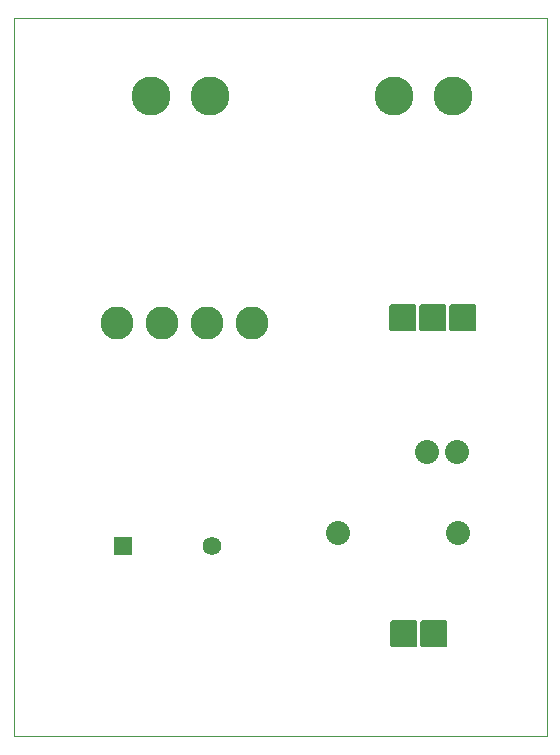
<source format=gbr>
G04 PROTEUS GERBER X2 FILE*
%TF.GenerationSoftware,Labcenter,Proteus,8.17-SP2-Build37159*%
%TF.CreationDate,2024-06-19T10:01:46+00:00*%
%TF.FileFunction,Soldermask,Bot*%
%TF.FilePolarity,Negative*%
%TF.Part,Single*%
%TF.SameCoordinates,{53f4b883-0e9e-4027-bc31-63d81b4ca661}*%
%FSLAX45Y45*%
%MOMM*%
G01*
%TA.AperFunction,Material*%
%ADD71C,3.302000*%
%TA.AperFunction,Material*%
%ADD20C,2.794000*%
%AMPPAD013*
4,1,4,
-0.790000,0.790000,
0.790000,0.790000,
0.790000,-0.790000,
-0.790000,-0.790000,
-0.790000,0.790000,
0*%
%TA.AperFunction,Material*%
%ADD21PPAD013*%
%ADD22C,1.580000*%
%AMPPAD015*
4,1,36,
-1.016000,1.143000,
1.016000,1.143000,
1.041590,1.140420,
1.065430,1.133020,
1.087000,1.121310,
1.105800,1.105800,
1.121310,1.087000,
1.133020,1.065430,
1.140420,1.041590,
1.143000,1.016000,
1.143000,-1.016000,
1.140420,-1.041590,
1.133020,-1.065430,
1.121310,-1.087000,
1.105800,-1.105800,
1.087000,-1.121310,
1.065430,-1.133020,
1.041590,-1.140420,
1.016000,-1.143000,
-1.016000,-1.143000,
-1.041590,-1.140420,
-1.065430,-1.133020,
-1.087000,-1.121310,
-1.105800,-1.105800,
-1.121310,-1.087000,
-1.133020,-1.065430,
-1.140420,-1.041590,
-1.143000,-1.016000,
-1.143000,1.016000,
-1.140420,1.041590,
-1.133020,1.065430,
-1.121310,1.087000,
-1.105800,1.105800,
-1.087000,1.121310,
-1.065430,1.133020,
-1.041590,1.140420,
-1.016000,1.143000,
0*%
%TA.AperFunction,Material*%
%ADD23PPAD015*%
%TA.AperFunction,Material*%
%ADD24C,2.032000*%
%TA.AperFunction,Profile*%
%ADD16C,0.101600*%
%TD.AperFunction*%
D71*
X-6370000Y+2970000D03*
X-6870380Y+2970000D03*
D20*
X-7160000Y+1050000D03*
X-6017000Y+1050000D03*
X-6779000Y+1050000D03*
X-6398000Y+1050000D03*
D21*
X-7105000Y-840000D03*
D22*
X-6355000Y-840000D03*
D71*
X-4310000Y+2970000D03*
X-4810380Y+2970000D03*
D23*
X-4734000Y+1090000D03*
X-4480000Y+1090000D03*
X-4226000Y+1090000D03*
D24*
X-4280000Y-40000D03*
X-4534000Y-40000D03*
X-5286000Y-730000D03*
X-4270000Y-730000D03*
D23*
X-4470000Y-1580000D03*
X-4724000Y-1580000D03*
D16*
X-8030000Y-2450000D02*
X-3520000Y-2450000D01*
X-3520000Y+3630000D01*
X-8030000Y+3630000D01*
X-8030000Y-2450000D01*
M02*

</source>
